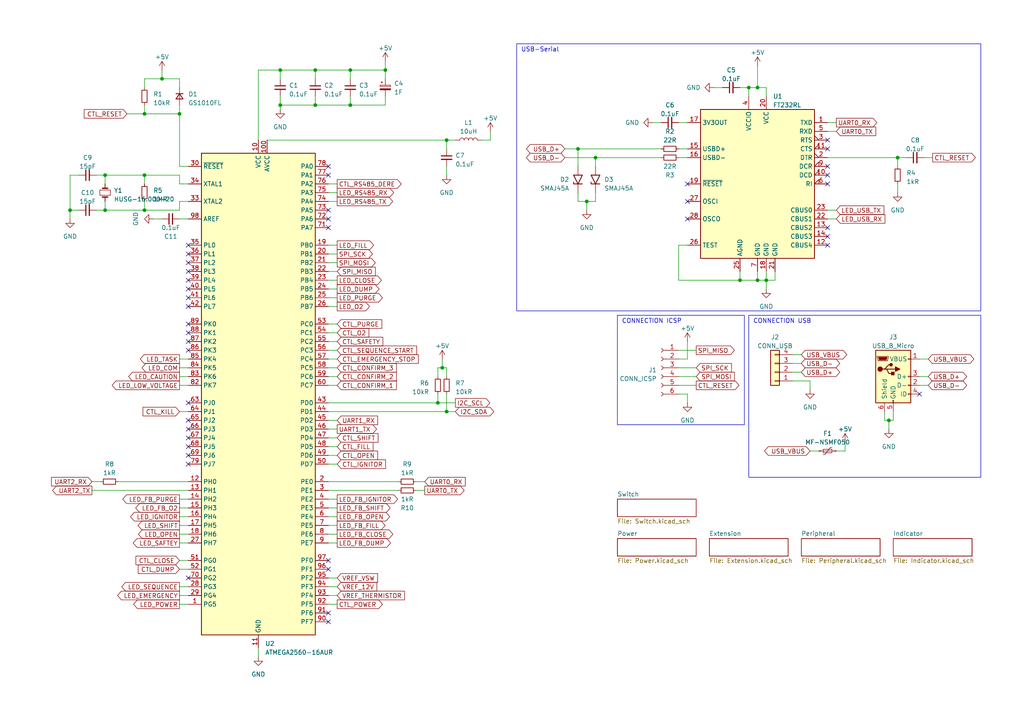
<source format=kicad_sch>
(kicad_sch (version 20230121) (generator eeschema)
  (paper "A4")
  (title_block (title "GSE Gen 6 Launch Controller") (date "2023-09-07") (rev "Draft") (company "Tokai Student Rocket Project"))
  (lib_symbols
    (symbol "Connector:Conn_01x06_Socket" (pin_names (offset 1.016) hide)
      (property "Reference" "J" (at 0 7.62 0))
      (property "Value" "Conn_01x06_Socket" (at 0 -10.16 0))
      (symbol "Conn_01x06_Socket_1_1"
        (pin passive line (at -5.08 5.08 0) (length 3.81) (name "Pin_1") (number "1"))
        (pin passive line (at -5.08 2.54 0) (length 3.81) (name "Pin_2") (number "2"))
        (pin passive line (at -5.08 0 0) (length 3.81) (name "Pin_3") (number "3"))
        (pin passive line (at -5.08 -2.54 0) (length 3.81) (name "Pin_4") (number "4"))
        (pin passive line (at -5.08 -5.08 0) (length 3.81) (name "Pin_5") (number "5"))
        (pin passive line (at -5.08 -7.62 0) (length 3.81) (name "Pin_6") (number "6"))
      )
    )
    (symbol "Connector:USB_B_Micro" (pin_names (offset 1.016))
      (property "Reference" "J" (at -5.08 11.43 0))
      (property "Value" "USB_B_Micro" (at -5.08 8.89 0))
      (symbol "USB_B_Micro_1_1"
        (pin power_out line (at 7.62 5.08 180) (length 2.54) (name "VBUS") (number "1"))
        (pin bidirectional line (at 7.62 -2.54 180) (length 2.54) (name "D-") (number "2"))
        (pin bidirectional line (at 7.62 0 180) (length 2.54) (name "D+") (number "3"))
        (pin passive line (at 7.62 -5.08 180) (length 2.54) (name "ID") (number "4"))
        (pin power_out line (at 0 -10.16 90) (length 2.54) (name "GND") (number "5"))
        (pin passive line (at -2.54 -10.16 90) (length 2.54) (name "Shield") (number "6"))
      )
    )
    (symbol "Connector_Generic:Conn_01x04" (pin_names (offset 1.016) hide)
      (property "Reference" "J" (at 0 5.08 0))
      (property "Value" "Conn_01x04" (at 0 -7.62 0))
      (symbol "Conn_01x04_1_1"
        (pin passive line (at -5.08 2.54 0) (length 3.81) (name "Pin_1") (number "1"))
        (pin passive line (at -5.08 0 0) (length 3.81) (name "Pin_2") (number "2"))
        (pin passive line (at -5.08 -2.54 0) (length 3.81) (name "Pin_3") (number "3"))
        (pin passive line (at -5.08 -5.08 0) (length 3.81) (name "Pin_4") (number "4"))
      )
    )
    (symbol "Device:C_Polarized_Small" (pin_numbers hide) (pin_names (offset 0.254) hide)
      (property "Reference" "C" (at 0.254 1.778 0))
      (property "Value" "C_Polarized_Small" (at 0.254 -2.032 0))
      (symbol "C_Polarized_Small_1_1"
        (pin passive line (at 0 2.54 270) (length 1.8542) (name "~") (number "1"))
        (pin passive line (at 0 -2.54 90) (length 1.8542) (name "~") (number "2"))
      )
    )
    (symbol "Device:C_Small" (pin_numbers hide) (pin_names (offset 0.254) hide)
      (property "Reference" "C" (at 0.254 1.778 0))
      (property "Value" "C_Small" (at 0.254 -2.032 0))
      (symbol "C_Small_1_1"
        (pin passive line (at 0 2.54 270) (length 2.032) (name "~") (number "1"))
        (pin passive line (at 0 -2.54 90) (length 2.032) (name "~") (number "2"))
      )
    )
    (symbol "Device:Crystal_Small" (pin_numbers hide) (pin_names (offset 1.016) hide)
      (property "Reference" "Y" (at 0 2.54 0))
      (property "Value" "Crystal_Small" (at 0 -2.54 0))
      (symbol "Crystal_Small_1_1"
        (pin passive line (at -2.54 0 0) (length 1.27) (name "1") (number "1"))
        (pin passive line (at 2.54 0 180) (length 1.27) (name "2") (number "2"))
      )
    )
    (symbol "Device:D_Small" (pin_numbers hide) (pin_names (offset 0.254) hide)
      (property "Reference" "D" (at -1.27 2.032 0))
      (property "Value" "D_Small" (at -3.81 -2.032 0))
      (symbol "D_Small_1_1"
        (pin passive line (at -2.54 0 0) (length 1.778) (name "K") (number "1"))
        (pin passive line (at 2.54 0 180) (length 1.778) (name "A") (number "2"))
      )
    )
    (symbol "Device:L" (pin_numbers hide) (pin_names (offset 1.016) hide)
      (property "Reference" "L" (at -1.27 0 90))
      (property "Value" "L" (at 1.905 0 90))
      (symbol "L_1_1"
        (pin passive line (at 0 3.81 270) (length 1.27) (name "1") (number "1"))
        (pin passive line (at 0 -3.81 90) (length 1.27) (name "2") (number "2"))
      )
    )
    (symbol "Device:Polyfuse_Small" (pin_numbers hide) (pin_names (offset 0))
      (property "Reference" "F" (at -1.905 0 90))
      (property "Value" "Polyfuse_Small" (at 1.905 0 90))
      (symbol "Polyfuse_Small_1_1"
        (pin passive line (at 0 2.54 270) (length 0.635) (name "~") (number "1"))
        (pin passive line (at 0 -2.54 90) (length 0.635) (name "~") (number "2"))
      )
    )
    (symbol "Device:R_Small" (pin_numbers hide) (pin_names (offset 0.254) hide)
      (property "Reference" "R" (at 0.762 0.508 0))
      (property "Value" "R_Small" (at 0.762 -1.016 0))
      (symbol "R_Small_1_1"
        (pin passive line (at 0 2.54 270) (length 0.762) (name "~") (number "1"))
        (pin passive line (at 0 -2.54 90) (length 0.762) (name "~") (number "2"))
      )
    )
    (symbol "Diode:SM6T200A" (pin_numbers hide) (pin_names (offset 1.016) hide)
      (property "Reference" "D" (at 0 2.54 0))
      (property "Value" "SM6T200A" (at 0 -2.54 0))
      (symbol "SM6T200A_1_1"
        (pin passive line (at -3.81 0 0) (length 2.54) (name "A1") (number "1"))
        (pin passive line (at 3.81 0 180) (length 2.54) (name "A2") (number "2"))
      )
    )
    (symbol "Interface_USB:FT232RL"
      (property "Reference" "U" (at -16.51 22.86 0))
      (property "Value" "FT232RL" (at 10.16 22.86 0))
      (symbol "FT232RL_1_1"
        (pin output line (at 20.32 17.78 180) (length 3.81) (name "TXD") (number "1"))
        (pin input input_low (at 20.32 2.54 180) (length 3.81) (name "DCD") (number "10"))
        (pin input input_low (at 20.32 10.16 180) (length 3.81) (name "CTS") (number "11"))
        (pin bidirectional line (at 20.32 -17.78 180) (length 3.81) (name "CBUS4") (number "12"))
        (pin bidirectional line (at 20.32 -12.7 180) (length 3.81) (name "CBUS2") (number "13"))
        (pin bidirectional line (at 20.32 -15.24 180) (length 3.81) (name "CBUS3") (number "14"))
        (pin bidirectional line (at -20.32 10.16 0) (length 3.81) (name "USBD+") (number "15"))
        (pin bidirectional line (at -20.32 7.62 0) (length 3.81) (name "USBD-") (number "16"))
        (pin power_out line (at -20.32 17.78 0) (length 3.81) (name "3V3OUT") (number "17"))
        (pin power_in line (at 2.54 -25.4 90) (length 3.81) (name "GND") (number "18"))
        (pin input line (at -20.32 0 0) (length 3.81) (name "~{RESET}") (number "19"))
        (pin output output_low (at 20.32 7.62 180) (length 3.81) (name "DTR") (number "2"))
        (pin power_in line (at 2.54 25.4 270) (length 3.81) (name "VCC") (number "20"))
        (pin power_in line (at 5.08 -25.4 90) (length 3.81) (name "GND") (number "21"))
        (pin bidirectional line (at 20.32 -10.16 180) (length 3.81) (name "CBUS1") (number "22"))
        (pin bidirectional line (at 20.32 -7.62 180) (length 3.81) (name "CBUS0") (number "23"))
        (pin power_in line (at -5.08 -25.4 90) (length 3.81) (name "AGND") (number "25"))
        (pin input line (at -20.32 -17.78 0) (length 3.81) (name "TEST") (number "26"))
        (pin input line (at -20.32 -5.08 0) (length 3.81) (name "OSCI") (number "27"))
        (pin output line (at -20.32 -10.16 0) (length 3.81) (name "OSCO") (number "28"))
        (pin output output_low (at 20.32 12.7 180) (length 3.81) (name "RTS") (number "3"))
        (pin power_in line (at -2.54 25.4 270) (length 3.81) (name "VCCIO") (number "4"))
        (pin input line (at 20.32 15.24 180) (length 3.81) (name "RXD") (number "5"))
        (pin input input_low (at 20.32 0 180) (length 3.81) (name "RI") (number "6"))
        (pin power_in line (at 0 -25.4 90) (length 3.81) (name "GND") (number "7"))
        (pin input input_low (at 20.32 5.08 180) (length 3.81) (name "DCR") (number "9"))
      )
    )
    (symbol "MCU_Microchip_ATmega:ATmega2560-16A"
      (property "Reference" "U" (at 0 1.27 0))
      (property "Value" "ATmega2560-16A" (at 0 -1.27 0))
      (symbol "ATmega2560-16A_1_1"
        (pin bidirectional line (at -20.32 -60.96 0) (length 3.81) (name "PG5") (number "1"))
        (pin power_in line (at 0 73.66 270) (length 3.81) (name "VCC") (number "10"))
        (pin power_in line (at 2.54 73.66 270) (length 3.81) (name "AVCC") (number "100"))
        (pin power_in line (at 0 -73.66 90) (length 3.81) (name "GND") (number "11"))
        (pin bidirectional line (at -20.32 -25.4 0) (length 3.81) (name "PH0") (number "12"))
        (pin bidirectional line (at -20.32 -27.94 0) (length 3.81) (name "PH1") (number "13"))
        (pin bidirectional line (at -20.32 -30.48 0) (length 3.81) (name "PH2") (number "14"))
        (pin bidirectional line (at -20.32 -33.02 0) (length 3.81) (name "PH3") (number "15"))
        (pin bidirectional line (at -20.32 -35.56 0) (length 3.81) (name "PH4") (number "16"))
        (pin bidirectional line (at -20.32 -38.1 0) (length 3.81) (name "PH5") (number "17"))
        (pin bidirectional line (at -20.32 -40.64 0) (length 3.81) (name "PH6") (number "18"))
        (pin bidirectional line (at 20.32 43.18 180) (length 3.81) (name "PB0") (number "19"))
        (pin bidirectional line (at 20.32 -25.4 180) (length 3.81) (name "PE0") (number "2"))
        (pin bidirectional line (at 20.32 40.64 180) (length 3.81) (name "PB1") (number "20"))
        (pin bidirectional line (at 20.32 38.1 180) (length 3.81) (name "PB2") (number "21"))
        (pin bidirectional line (at 20.32 35.56 180) (length 3.81) (name "PB3") (number "22"))
        (pin bidirectional line (at 20.32 33.02 180) (length 3.81) (name "PB4") (number "23"))
        (pin bidirectional line (at 20.32 30.48 180) (length 3.81) (name "PB5") (number "24"))
        (pin bidirectional line (at 20.32 27.94 180) (length 3.81) (name "PB6") (number "25"))
        (pin bidirectional line (at 20.32 25.4 180) (length 3.81) (name "PB7") (number "26"))
        (pin bidirectional line (at -20.32 -43.18 0) (length 3.81) (name "PH7") (number "27"))
        (pin bidirectional line (at -20.32 -55.88 0) (length 3.81) (name "PG3") (number "28"))
        (pin bidirectional line (at -20.32 -58.42 0) (length 3.81) (name "PG4") (number "29"))
        (pin bidirectional line (at 20.32 -27.94 180) (length 3.81) (name "PE1") (number "3"))
        (pin input line (at -20.32 66.04 0) (length 3.81) (name "~{RESET}") (number "30"))
        (pin passive line (at 0 73.66 270) (length 3.81) hide (name "VCC") (number "31"))
        (pin passive line (at 0 -73.66 90) (length 3.81) hide (name "GND") (number "32"))
        (pin output line (at -20.32 55.88 0) (length 3.81) (name "XTAL2") (number "33"))
        (pin input line (at -20.32 60.96 0) (length 3.81) (name "XTAL1") (number "34"))
        (pin bidirectional line (at -20.32 43.18 0) (length 3.81) (name "PL0") (number "35"))
        (pin bidirectional line (at -20.32 40.64 0) (length 3.81) (name "PL1") (number "36"))
        (pin bidirectional line (at -20.32 38.1 0) (length 3.81) (name "PL2") (number "37"))
        (pin bidirectional line (at -20.32 35.56 0) (length 3.81) (name "PL3") (number "38"))
        (pin bidirectional line (at -20.32 33.02 0) (length 3.81) (name "PL4") (number "39"))
        (pin bidirectional line (at 20.32 -30.48 180) (length 3.81) (name "PE2") (number "4"))
        (pin bidirectional line (at -20.32 30.48 0) (length 3.81) (name "PL5") (number "40"))
        (pin bidirectional line (at -20.32 27.94 0) (length 3.81) (name "PL6") (number "41"))
        (pin bidirectional line (at -20.32 25.4 0) (length 3.81) (name "PL7") (number "42"))
        (pin bidirectional line (at 20.32 -2.54 180) (length 3.81) (name "PD0") (number "43"))
        (pin bidirectional line (at 20.32 -5.08 180) (length 3.81) (name "PD1") (number "44"))
        (pin bidirectional line (at 20.32 -7.62 180) (length 3.81) (name "PD2") (number "45"))
        (pin bidirectional line (at 20.32 -10.16 180) (length 3.81) (name "PD3") (number "46"))
        (pin bidirectional line (at 20.32 -12.7 180) (length 3.81) (name "PD4") (number "47"))
        (pin bidirectional line (at 20.32 -15.24 180) (length 3.81) (name "PD5") (number "48"))
        (pin bidirectional line (at 20.32 -17.78 180) (length 3.81) (name "PD6") (number "49"))
        (pin bidirectional line (at 20.32 -33.02 180) (length 3.81) (name "PE3") (number "5"))
        (pin bidirectional line (at 20.32 -20.32 180) (length 3.81) (name "PD7") (number "50"))
        (pin bidirectional line (at -20.32 -48.26 0) (length 3.81) (name "PG0") (number "51"))
        (pin bidirectional line (at -20.32 -50.8 0) (length 3.81) (name "PG1") (number "52"))
        (pin bidirectional line (at 20.32 20.32 180) (length 3.81) (name "PC0") (number "53"))
        (pin bidirectional line (at 20.32 17.78 180) (length 3.81) (name "PC1") (number "54"))
        (pin bidirectional line (at 20.32 15.24 180) (length 3.81) (name "PC2") (number "55"))
        (pin bidirectional line (at 20.32 12.7 180) (length 3.81) (name "PC3") (number "56"))
        (pin bidirectional line (at 20.32 10.16 180) (length 3.81) (name "PC4") (number "57"))
        (pin bidirectional line (at 20.32 7.62 180) (length 3.81) (name "PC5") (number "58"))
        (pin bidirectional line (at 20.32 5.08 180) (length 3.81) (name "PC6") (number "59"))
        (pin bidirectional line (at 20.32 -35.56 180) (length 3.81) (name "PE4") (number "6"))
        (pin bidirectional line (at 20.32 2.54 180) (length 3.81) (name "PC7") (number "60"))
        (pin passive line (at 0 73.66 270) (length 3.81) hide (name "VCC") (number "61"))
        (pin passive line (at 0 -73.66 90) (length 3.81) hide (name "GND") (number "62"))
        (pin bidirectional line (at -20.32 -2.54 0) (length 3.81) (name "PJ0") (number "63"))
        (pin bidirectional line (at -20.32 -5.08 0) (length 3.81) (name "PJ1") (number "64"))
        (pin bidirectional line (at -20.32 -7.62 0) (length 3.81) (name "PJ2") (number "65"))
        (pin bidirectional line (at -20.32 -10.16 0) (length 3.81) (name "PJ3") (number "66"))
        (pin bidirectional line (at -20.32 -12.7 0) (length 3.81) (name "PJ4") (number "67"))
        (pin bidirectional line (at -20.32 -15.24 0) (length 3.81) (name "PJ5") (number "68"))
        (pin bidirectional line (at -20.32 -17.78 0) (length 3.81) (name "PJ6") (number "69"))
        (pin bidirectional line (at 20.32 -38.1 180) (length 3.81) (name "PE5") (number "7"))
        (pin bidirectional line (at -20.32 -53.34 0) (length 3.81) (name "PG2") (number "70"))
        (pin bidirectional line (at 20.32 48.26 180) (length 3.81) (name "PA7") (number "71"))
        (pin bidirectional line (at 20.32 50.8 180) (length 3.81) (name "PA6") (number "72"))
        (pin bidirectional line (at 20.32 53.34 180) (length 3.81) (name "PA5") (number "73"))
        (pin bidirectional line (at 20.32 55.88 180) (length 3.81) (name "PA4") (number "74"))
        (pin bidirectional line (at 20.32 58.42 180) (length 3.81) (name "PA3") (number "75"))
        (pin bidirectional line (at 20.32 60.96 180) (length 3.81) (name "PA2") (number "76"))
        (pin bidirectional line (at 20.32 63.5 180) (length 3.81) (name "PA1") (number "77"))
        (pin bidirectional line (at 20.32 66.04 180) (length 3.81) (name "PA0") (number "78"))
        (pin bidirectional line (at -20.32 -20.32 0) (length 3.81) (name "PJ7") (number "79"))
        (pin bidirectional line (at 20.32 -40.64 180) (length 3.81) (name "PE6") (number "8"))
        (pin passive line (at 0 73.66 270) (length 3.81) hide (name "VCC") (number "80"))
        (pin passive line (at 0 -73.66 90) (length 3.81) hide (name "GND") (number "81"))
        (pin bidirectional line (at -20.32 2.54 0) (length 3.81) (name "PK7") (number "82"))
        (pin bidirectional line (at -20.32 5.08 0) (length 3.81) (name "PK6") (number "83"))
        (pin bidirectional line (at -20.32 7.62 0) (length 3.81) (name "PK5") (number "84"))
        (pin bidirectional line (at -20.32 10.16 0) (length 3.81) (name "PK4") (number "85"))
        (pin bidirectional line (at -20.32 12.7 0) (length 3.81) (name "PK3") (number "86"))
        (pin bidirectional line (at -20.32 15.24 0) (length 3.81) (name "PK2") (number "87"))
        (pin bidirectional line (at -20.32 17.78 0) (length 3.81) (name "PK1") (number "88"))
        (pin bidirectional line (at -20.32 20.32 0) (length 3.81) (name "PK0") (number "89"))
        (pin bidirectional line (at 20.32 -43.18 180) (length 3.81) (name "PE7") (number "9"))
        (pin bidirectional line (at 20.32 -66.04 180) (length 3.81) (name "PF7") (number "90"))
        (pin bidirectional line (at 20.32 -63.5 180) (length 3.81) (name "PF6") (number "91"))
        (pin bidirectional line (at 20.32 -60.96 180) (length 3.81) (name "PF5") (number "92"))
        (pin bidirectional line (at 20.32 -58.42 180) (length 3.81) (name "PF4") (number "93"))
        (pin bidirectional line (at 20.32 -55.88 180) (length 3.81) (name "PF3") (number "94"))
        (pin bidirectional line (at 20.32 -53.34 180) (length 3.81) (name "PF2") (number "95"))
        (pin bidirectional line (at 20.32 -50.8 180) (length 3.81) (name "PF1") (number "96"))
        (pin bidirectional line (at 20.32 -48.26 180) (length 3.81) (name "PF0") (number "97"))
        (pin passive line (at -20.32 50.8 0) (length 3.81) (name "AREF") (number "98"))
        (pin passive line (at 0 -73.66 90) (length 3.81) hide (name "GND") (number "99"))
      )
    )
    (symbol "power:+5V" (power) (pin_names (offset 0))
      (property "Value" "+5V" (at 0 3.556 0))
      (symbol "+5V_1_1"
        (pin power_in line (at 0 0 90) (length 0) hide (name "+5V") (number "1"))
      )
    )
    (symbol "power:GND" (power) (pin_names (offset 0))
      (property "Value" "GND" (at 0 -3.81 0))
      (symbol "GND_1_1"
        (pin power_in line (at 0 0 270) (length 0) hide (name "GND") (number "1"))
      )
    )
  )
  (junction (at 111.76 20.32))
  (junction (at 52.07 33.02))
  (junction (at 41.91 33.02))
  (junction (at 214.63 81.28))
  (junction (at 257.81 121.92))
  (junction (at 260.35 45.72))
  (junction (at 101.6 30.48))
  (junction (at 129.54 119.38))
  (junction (at 81.28 30.48))
  (junction (at 46.99 22.86))
  (junction (at 219.71 25.4))
  (junction (at 20.32 60.96))
  (junction (at 41.91 50.8))
  (junction (at 129.54 40.64))
  (junction (at 217.17 25.4))
  (junction (at 170.18 58.42))
  (junction (at 219.71 81.28))
  (junction (at 91.44 20.32))
  (junction (at 91.44 30.48))
  (junction (at 167.64 43.18))
  (junction (at 172.72 45.72))
  (junction (at 81.28 20.32))
  (junction (at 128.27 106.68))
  (junction (at 222.25 81.28))
  (junction (at 127 116.84))
  (junction (at 41.91 60.96))
  (junction (at 101.6 20.32))
  (junction (at 30.48 60.96))
  (junction (at 30.48 50.8))
  (no_connect (at 95.25 165.1))
  (no_connect (at 199.39 58.42))
  (no_connect (at 54.61 101.6))
  (no_connect (at 240.03 68.58))
  (no_connect (at 240.03 53.34))
  (no_connect (at 54.61 132.08))
  (no_connect (at 240.03 50.8))
  (no_connect (at 240.03 48.26))
  (no_connect (at 54.61 127))
  (no_connect (at 95.25 48.26))
  (no_connect (at 54.61 71.12))
  (no_connect (at 199.39 63.5))
  (no_connect (at 240.03 71.12))
  (no_connect (at 240.03 43.18))
  (no_connect (at 54.61 167.64))
  (no_connect (at 54.61 124.46))
  (no_connect (at 95.25 66.04))
  (no_connect (at 54.61 134.62))
  (no_connect (at 95.25 50.8))
  (no_connect (at 54.61 81.28))
  (no_connect (at 54.61 73.66))
  (no_connect (at 266.7 114.3))
  (no_connect (at 54.61 76.2))
  (no_connect (at 240.03 66.04))
  (no_connect (at 54.61 121.92))
  (no_connect (at 54.61 116.84))
  (no_connect (at 54.61 93.98))
  (no_connect (at 54.61 129.54))
  (no_connect (at 54.61 99.06))
  (no_connect (at 95.25 180.34))
  (no_connect (at 199.39 53.34))
  (no_connect (at 95.25 63.5))
  (no_connect (at 54.61 86.36))
  (no_connect (at 54.61 78.74))
  (no_connect (at 95.25 60.96))
  (no_connect (at 54.61 83.82))
  (no_connect (at 54.61 96.52))
  (no_connect (at 95.25 162.56))
  (no_connect (at 240.03 40.64))
  (no_connect (at 95.25 177.8))
  (no_connect (at 54.61 88.9))
  (wire (pts (xy 52.07 53.34) (xy 52.07 50.8)))
  (wire (pts (xy 44.45 63.5) (xy 46.99 63.5)))
  (wire (pts (xy 127 109.22) (xy 127 106.68)))
  (wire (pts (xy 95.25 129.54) (xy 97.79 129.54)))
  (wire (pts (xy 127 114.3) (xy 127 116.84)))
  (wire (pts (xy 196.85 45.72) (xy 199.39 45.72)))
  (wire (pts (xy 91.44 20.32) (xy 101.6 20.32)))
  (wire (pts (xy 41.91 22.86) (xy 41.91 25.4)))
  (wire (pts (xy 26.67 142.24) (xy 54.61 142.24)))
  (wire (pts (xy 257.81 121.92) (xy 257.81 124.46)))
  (wire (pts (xy 201.93 106.68) (xy 196.85 106.68)))
  (wire (pts (xy 46.99 22.86) (xy 41.91 22.86)))
  (wire (pts (xy 170.18 58.42) (xy 172.72 58.42)))
  (wire (pts (xy 26.67 139.7) (xy 29.21 139.7)))
  (wire (pts (xy 95.25 55.88) (xy 97.79 55.88)))
  (wire (pts (xy 52.07 58.42) (xy 52.07 60.96)))
  (wire (pts (xy 95.25 58.42) (xy 97.79 58.42)))
  (wire (pts (xy 74.93 20.32) (xy 74.93 40.64)))
  (wire (pts (xy 240.03 45.72) (xy 260.35 45.72)))
  (wire (pts (xy 95.25 81.28) (xy 97.79 81.28)))
  (wire (pts (xy 52.07 104.14) (xy 54.61 104.14)))
  (wire (pts (xy 52.07 147.32) (xy 54.61 147.32)))
  (wire (pts (xy 95.25 53.34) (xy 97.79 53.34)))
  (wire (pts (xy 234.95 130.81) (xy 237.49 130.81)))
  (wire (pts (xy 217.17 25.4) (xy 217.17 27.94)))
  (wire (pts (xy 95.25 175.26) (xy 97.79 175.26)))
  (wire (pts (xy 229.87 105.41) (xy 232.41 105.41)))
  (wire (pts (xy 52.07 48.26) (xy 54.61 48.26)))
  (wire (pts (xy 52.07 175.26) (xy 54.61 175.26)))
  (wire (pts (xy 256.54 121.92) (xy 256.54 119.38)))
  (wire (pts (xy 196.85 71.12) (xy 199.39 71.12)))
  (wire (pts (xy 199.39 99.06) (xy 199.39 104.14)))
  (wire (pts (xy 269.24 109.22) (xy 266.7 109.22)))
  (wire (pts (xy 111.76 22.86) (xy 111.76 20.32)))
  (wire (pts (xy 95.25 154.94) (xy 97.79 154.94)))
  (wire (pts (xy 240.03 38.1) (xy 242.57 38.1)))
  (wire (pts (xy 132.08 116.84) (xy 127 116.84)))
  (wire (pts (xy 95.25 83.82) (xy 97.79 83.82)))
  (wire (pts (xy 111.76 17.78) (xy 111.76 20.32)))
  (wire (pts (xy 120.65 142.24) (xy 123.19 142.24)))
  (wire (pts (xy 260.35 45.72) (xy 262.89 45.72)))
  (wire (pts (xy 95.25 167.64) (xy 97.79 167.64)))
  (wire (pts (xy 224.79 81.28) (xy 222.25 81.28)))
  (wire (pts (xy 36.83 33.02) (xy 41.91 33.02)))
  (wire (pts (xy 81.28 27.94) (xy 81.28 30.48)))
  (wire (pts (xy 95.25 101.6) (xy 97.79 101.6)))
  (wire (pts (xy 91.44 20.32) (xy 91.44 22.86)))
  (wire (pts (xy 52.07 149.86) (xy 54.61 149.86)))
  (wire (pts (xy 240.03 60.96) (xy 242.57 60.96)))
  (wire (pts (xy 52.07 106.68) (xy 54.61 106.68)))
  (wire (pts (xy 95.25 170.18) (xy 97.79 170.18)))
  (wire (pts (xy 41.91 33.02) (xy 52.07 33.02)))
  (wire (pts (xy 259.08 119.38) (xy 259.08 121.92)))
  (wire (pts (xy 128.27 106.68) (xy 129.54 106.68)))
  (wire (pts (xy 219.71 19.05) (xy 219.71 25.4)))
  (wire (pts (xy 95.25 93.98) (xy 97.79 93.98)))
  (wire (pts (xy 52.07 152.4) (xy 54.61 152.4)))
  (wire (pts (xy 95.25 104.14) (xy 97.79 104.14)))
  (wire (pts (xy 95.25 71.12) (xy 97.79 71.12)))
  (wire (pts (xy 95.25 144.78) (xy 97.79 144.78)))
  (wire (pts (xy 41.91 30.48) (xy 41.91 33.02)))
  (wire (pts (xy 222.25 81.28) (xy 222.25 83.82)))
  (wire (pts (xy 163.83 43.18) (xy 167.64 43.18)))
  (wire (pts (xy 52.07 48.26) (xy 52.07 33.02)))
  (wire (pts (xy 199.39 116.84) (xy 199.39 114.3)))
  (wire (pts (xy 52.07 50.8) (xy 41.91 50.8)))
  (wire (pts (xy 240.03 63.5) (xy 242.57 63.5)))
  (wire (pts (xy 41.91 60.96) (xy 30.48 60.96)))
  (wire (pts (xy 95.25 76.2) (xy 97.79 76.2)))
  (wire (pts (xy 52.07 162.56) (xy 54.61 162.56)))
  (wire (pts (xy 219.71 78.74) (xy 219.71 81.28)))
  (wire (pts (xy 52.07 111.76) (xy 54.61 111.76)))
  (wire (pts (xy 52.07 60.96) (xy 41.91 60.96)))
  (wire (pts (xy 167.64 55.88) (xy 167.64 58.42)))
  (wire (pts (xy 95.25 99.06) (xy 97.79 99.06)))
  (wire (pts (xy 95.25 172.72) (xy 97.79 172.72)))
  (wire (pts (xy 95.25 88.9) (xy 97.79 88.9)))
  (wire (pts (xy 196.85 109.22) (xy 201.93 109.22)))
  (wire (pts (xy 91.44 30.48) (xy 81.28 30.48)))
  (wire (pts (xy 266.7 104.14) (xy 269.24 104.14)))
  (wire (pts (xy 222.25 27.94) (xy 222.25 25.4)))
  (wire (pts (xy 163.83 45.72) (xy 172.72 45.72)))
  (wire (pts (xy 196.85 35.56) (xy 199.39 35.56)))
  (wire (pts (xy 196.85 101.6) (xy 201.93 101.6)))
  (wire (pts (xy 52.07 157.48) (xy 54.61 157.48)))
  (wire (pts (xy 129.54 40.64) (xy 132.08 40.64)))
  (wire (pts (xy 95.25 147.32) (xy 97.79 147.32)))
  (wire (pts (xy 95.25 121.92) (xy 97.79 121.92)))
  (wire (pts (xy 242.57 130.81) (xy 245.11 130.81)))
  (wire (pts (xy 142.24 40.64) (xy 139.7 40.64)))
  (wire (pts (xy 95.25 142.24) (xy 115.57 142.24)))
  (wire (pts (xy 196.85 81.28) (xy 214.63 81.28)))
  (wire (pts (xy 196.85 43.18) (xy 199.39 43.18)))
  (wire (pts (xy 54.61 53.34) (xy 52.07 53.34)))
  (wire (pts (xy 167.64 43.18) (xy 191.77 43.18)))
  (wire (pts (xy 52.07 63.5) (xy 54.61 63.5)))
  (wire (pts (xy 95.25 124.46) (xy 97.79 124.46)))
  (wire (pts (xy 214.63 81.28) (xy 219.71 81.28)))
  (wire (pts (xy 189.23 35.56) (xy 191.77 35.56)))
  (wire (pts (xy 172.72 45.72) (xy 191.77 45.72)))
  (wire (pts (xy 95.25 134.62) (xy 97.79 134.62)))
  (wire (pts (xy 142.24 38.1) (xy 142.24 40.64)))
  (wire (pts (xy 41.91 53.34) (xy 41.91 50.8)))
  (wire (pts (xy 34.29 139.7) (xy 54.61 139.7)))
  (wire (pts (xy 22.86 50.8) (xy 20.32 50.8)))
  (wire (pts (xy 129.54 114.3) (xy 129.54 119.38)))
  (wire (pts (xy 167.64 58.42) (xy 170.18 58.42)))
  (wire (pts (xy 95.25 127) (xy 97.79 127)))
  (wire (pts (xy 232.41 102.87) (xy 229.87 102.87)))
  (wire (pts (xy 52.07 25.4) (xy 52.07 22.86)))
  (wire (pts (xy 129.54 106.68) (xy 129.54 109.22)))
  (wire (pts (xy 214.63 25.4) (xy 217.17 25.4)))
  (wire (pts (xy 81.28 20.32) (xy 81.28 22.86)))
  (wire (pts (xy 20.32 60.96) (xy 20.32 63.5)))
  (wire (pts (xy 245.11 128.27) (xy 245.11 130.81)))
  (wire (pts (xy 128.27 104.14) (xy 128.27 106.68)))
  (wire (pts (xy 256.54 121.92) (xy 257.81 121.92)))
  (wire (pts (xy 52.07 144.78) (xy 54.61 144.78)))
  (wire (pts (xy 95.25 109.22) (xy 97.79 109.22)))
  (wire (pts (xy 52.07 170.18) (xy 54.61 170.18)))
  (wire (pts (xy 54.61 58.42) (xy 52.07 58.42)))
  (wire (pts (xy 127 106.68) (xy 128.27 106.68)))
  (wire (pts (xy 41.91 58.42) (xy 41.91 60.96)))
  (wire (pts (xy 52.07 154.94) (xy 54.61 154.94)))
  (wire (pts (xy 111.76 30.48) (xy 101.6 30.48)))
  (wire (pts (xy 74.93 20.32) (xy 81.28 20.32)))
  (wire (pts (xy 267.97 45.72) (xy 270.51 45.72)))
  (wire (pts (xy 111.76 27.94) (xy 111.76 30.48)))
  (wire (pts (xy 52.07 165.1) (xy 54.61 165.1)))
  (wire (pts (xy 240.03 35.56) (xy 242.57 35.56)))
  (wire (pts (xy 95.25 78.74) (xy 97.79 78.74)))
  (wire (pts (xy 199.39 104.14) (xy 196.85 104.14)))
  (wire (pts (xy 132.08 119.38) (xy 129.54 119.38)))
  (wire (pts (xy 222.25 78.74) (xy 222.25 81.28)))
  (wire (pts (xy 229.87 110.49) (xy 234.95 110.49)))
  (wire (pts (xy 196.85 111.76) (xy 201.93 111.76)))
  (wire (pts (xy 95.25 149.86) (xy 97.79 149.86)))
  (wire (pts (xy 172.72 58.42) (xy 172.72 55.88)))
  (wire (pts (xy 20.32 60.96) (xy 22.86 60.96)))
  (wire (pts (xy 219.71 25.4) (xy 217.17 25.4)))
  (wire (pts (xy 259.08 121.92) (xy 257.81 121.92)))
  (wire (pts (xy 95.25 86.36) (xy 97.79 86.36)))
  (wire (pts (xy 52.07 33.02) (xy 52.07 30.48)))
  (wire (pts (xy 95.25 157.48) (xy 97.79 157.48)))
  (wire (pts (xy 52.07 109.22) (xy 54.61 109.22)))
  (wire (pts (xy 95.25 116.84) (xy 127 116.84)))
  (wire (pts (xy 77.47 40.64) (xy 129.54 40.64)))
  (wire (pts (xy 46.99 20.32) (xy 46.99 22.86)))
  (wire (pts (xy 30.48 58.42) (xy 30.48 60.96)))
  (wire (pts (xy 27.94 60.96) (xy 30.48 60.96)))
  (wire (pts (xy 129.54 43.18) (xy 129.54 40.64)))
  (wire (pts (xy 95.25 111.76) (xy 97.79 111.76)))
  (wire (pts (xy 196.85 71.12) (xy 196.85 81.28)))
  (wire (pts (xy 95.25 106.68) (xy 97.79 106.68)))
  (wire (pts (xy 260.35 53.34) (xy 260.35 55.88)))
  (wire (pts (xy 95.25 139.7) (xy 115.57 139.7)))
  (wire (pts (xy 260.35 45.72) (xy 260.35 48.26)))
  (wire (pts (xy 95.25 132.08) (xy 97.79 132.08)))
  (wire (pts (xy 30.48 50.8) (xy 30.48 53.34)))
  (wire (pts (xy 95.25 152.4) (xy 97.79 152.4)))
  (wire (pts (xy 207.01 25.4) (xy 209.55 25.4)))
  (wire (pts (xy 222.25 25.4) (xy 219.71 25.4)))
  (wire (pts (xy 224.79 78.74) (xy 224.79 81.28)))
  (wire (pts (xy 229.87 107.95) (xy 232.41 107.95)))
  (wire (pts (xy 20.32 50.8) (xy 20.32 60.96)))
  (wire (pts (xy 95.25 96.52) (xy 97.79 96.52)))
  (wire (pts (xy 172.72 45.72) (xy 172.72 48.26)))
  (wire (pts (xy 234.95 113.03) (xy 234.95 110.49)))
  (wire (pts (xy 41.91 50.8) (xy 30.48 50.8)))
  (wire (pts (xy 214.63 78.74) (xy 214.63 81.28)))
  (wire (pts (xy 52.07 22.86) (xy 46.99 22.86)))
  (wire (pts (xy 74.93 190.5) (xy 74.93 187.96)))
  (wire (pts (xy 199.39 114.3) (xy 196.85 114.3)))
  (wire (pts (xy 129.54 48.26) (xy 129.54 50.8)))
  (wire (pts (xy 170.18 60.96) (xy 170.18 58.42)))
  (wire (pts (xy 95.25 119.38) (xy 129.54 119.38)))
  (wire (pts (xy 101.6 27.94) (xy 101.6 30.48)))
  (wire (pts (xy 101.6 20.32) (xy 101.6 22.86)))
  (wire (pts (xy 219.71 81.28) (xy 222.25 81.28)))
  (wire (pts (xy 269.24 111.76) (xy 266.7 111.76)))
  (wire (pts (xy 81.28 20.32) (xy 91.44 20.32)))
  (wire (pts (xy 52.07 172.72) (xy 54.61 172.72)))
  (wire (pts (xy 27.94 50.8) (xy 30.48 50.8)))
  (wire (pts (xy 54.61 119.38) (xy 52.07 119.38)))
  (wire (pts (xy 120.65 139.7) (xy 123.19 139.7)))
  (wire (pts (xy 101.6 20.32) (xy 111.76 20.32)))
  (wire (pts (xy 101.6 30.48) (xy 91.44 30.48)))
  (wire (pts (xy 81.28 30.48) (xy 81.28 31.75)))
  (wire (pts (xy 91.44 27.94) (xy 91.44 30.48)))
  (wire (pts (xy 95.25 73.66) (xy 97.79 73.66)))
  (wire (pts (xy 167.64 43.18) (xy 167.64 48.26)))
  (rectangle (start 179.07 91.44) (end 215.9 123.19))
  (rectangle (start 149.86 12.7) (end 284.48 90.17))
  (rectangle (start 217.17 91.44) (end 284.48 138.43))
  (text "CONNECTION ICSP" (at 180.34 93.98 0) (effects (font (size 1.27 1.27)) (justify left bottom)))
  (text "CONNECTION USB" (at 218.44 93.98 0) (effects (font (size 1.27 1.27)) (justify left bottom)))
  (text "USB-Serial" (at 151.13 15.24 0) (effects (font (size 1.27 1.27)) (justify left bottom)))
  (global_label "SPI_SCK" (shape output) (at 97.79 73.66 0) (property "Intersheetrefs" "${INTERSHEET_REFS}" (effects hide)))
  (global_label "I2C_SCL" (shape output) (at 132.08 116.84 0) (property "Intersheetrefs" "${INTERSHEET_REFS}" (effects hide)))
  (global_label "CTL_EMERGENCY_STOP" (shape input) (at 97.79 104.14 0) (property "Intersheetrefs" "${INTERSHEET_REFS}" (effects hide)))
  (global_label "CTL_SEQUENCE_START" (shape input) (at 97.79 101.6 0) (property "Intersheetrefs" "${INTERSHEET_REFS}" (effects hide)))
  (global_label "CTL_CONFIRM_1" (shape input) (at 97.79 111.76 0) (property "Intersheetrefs" "${INTERSHEET_REFS}" (effects hide)))
  (global_label "LED_FB_OPEN" (shape output) (at 97.79 149.86 0) (property "Intersheetrefs" "${INTERSHEET_REFS}" (effects hide)))
  (global_label "LED_COM" (shape output) (at 52.07 106.68 180) (property "Intersheetrefs" "${INTERSHEET_REFS}" (effects hide)))
  (global_label "I2C_SDA" (shape bidirectional) (at 132.08 119.38 0) (property "Intersheetrefs" "${INTERSHEET_REFS}" (effects hide)))
  (global_label "LED_FB_FILL" (shape output) (at 97.79 152.4 0) (property "Intersheetrefs" "${INTERSHEET_REFS}" (effects hide)))
  (global_label "LED_FB_PURGE" (shape output) (at 52.07 144.78 180) (property "Intersheetrefs" "${INTERSHEET_REFS}" (effects hide)))
  (global_label "CTL_RS485_DERE" (shape output) (at 97.79 53.34 0) (property "Intersheetrefs" "${INTERSHEET_REFS}" (effects hide)))
  (global_label "LED_TASK" (shape output) (at 52.07 104.14 180) (property "Intersheetrefs" "${INTERSHEET_REFS}" (effects hide)))
  (global_label "LED_LOW_VOLTAGE" (shape output) (at 52.07 111.76 180) (property "Intersheetrefs" "${INTERSHEET_REFS}" (effects hide)))
  (global_label "LED_CAUTION" (shape output) (at 52.07 109.22 180) (property "Intersheetrefs" "${INTERSHEET_REFS}" (effects hide)))
  (global_label "USB_D+" (shape bidirectional) (at 269.24 109.22 0) (property "Intersheetrefs" "${INTERSHEET_REFS}" (effects hide)))
  (global_label "LED_SAFTEY" (shape output) (at 52.07 157.48 180) (property "Intersheetrefs" "${INTERSHEET_REFS}" (effects hide)))
  (global_label "LED_SEQUENCE" (shape output) (at 52.07 170.18 180) (property "Intersheetrefs" "${INTERSHEET_REFS}" (effects hide)))
  (global_label "LED_FB_SHIFT" (shape output) (at 97.79 147.32 0) (property "Intersheetrefs" "${INTERSHEET_REFS}" (effects hide)))
  (global_label "CTL_RESET" (shape output) (at 201.93 111.76 0) (property "Intersheetrefs" "${INTERSHEET_REFS}" (effects hide)))
  (global_label "CTL_OPEN" (shape input) (at 97.79 132.08 0) (property "Intersheetrefs" "${INTERSHEET_REFS}" (effects hide)))
  (global_label "CTL_O2" (shape input) (at 97.79 96.52 0) (property "Intersheetrefs" "${INTERSHEET_REFS}" (effects hide)))
  (global_label "USB_VBUS" (shape bidirectional) (at 232.41 102.87 0) (property "Intersheetrefs" "${INTERSHEET_REFS}" (effects hide)))
  (global_label "LED_EMERGENCY" (shape output) (at 52.07 172.72 180) (property "Intersheetrefs" "${INTERSHEET_REFS}" (effects hide)))
  (global_label "CTL_CONFIRM_3" (shape input) (at 97.79 106.68 0) (property "Intersheetrefs" "${INTERSHEET_REFS}" (effects hide)))
  (global_label "UART0_TX" (shape input) (at 242.57 38.1 0) (property "Intersheetrefs" "${INTERSHEET_REFS}" (effects hide)))
  (global_label "VREF_VSW" (shape input) (at 97.79 167.64 0) (property "Intersheetrefs" "${INTERSHEET_REFS}" (effects hide)))
  (global_label "CTL_PURGE" (shape input) (at 97.79 93.98 0) (property "Intersheetrefs" "${INTERSHEET_REFS}" (effects hide)))
  (global_label "LED_FB_IGNITOR" (shape output) (at 97.79 144.78 0) (property "Intersheetrefs" "${INTERSHEET_REFS}" (effects hide)))
  (global_label "LED_FB_O2" (shape output) (at 52.07 147.32 180) (property "Intersheetrefs" "${INTERSHEET_REFS}" (effects hide)))
  (global_label "USB_D-" (shape bidirectional) (at 163.83 45.72 180) (property "Intersheetrefs" "${INTERSHEET_REFS}" (effects hide)))
  (global_label "CTL_SHIFT" (shape input) (at 97.79 127 0) (property "Intersheetrefs" "${INTERSHEET_REFS}" (effects hide)))
  (global_label "LED_SHIFT" (shape output) (at 52.07 152.4 180) (property "Intersheetrefs" "${INTERSHEET_REFS}" (effects hide)))
  (global_label "USB_D+" (shape bidirectional) (at 163.83 43.18 180) (property "Intersheetrefs" "${INTERSHEET_REFS}" (effects hide)))
  (global_label "LED_FILL" (shape output) (at 97.79 71.12 0) (property "Intersheetrefs" "${INTERSHEET_REFS}" (effects hide)))
  (global_label "LED_PURGE" (shape output) (at 97.79 86.36 0) (property "Intersheetrefs" "${INTERSHEET_REFS}" (effects hide)))
  (global_label "VREF_12V" (shape input) (at 97.79 170.18 0) (property "Intersheetrefs" "${INTERSHEET_REFS}" (effects hide)))
  (global_label "SPI_MOSI" (shape output) (at 97.79 76.2 0) (property "Intersheetrefs" "${INTERSHEET_REFS}" (effects hide)))
  (global_label "UART1_TX" (shape output) (at 97.79 124.46 0) (property "Intersheetrefs" "${INTERSHEET_REFS}" (effects hide)))
  (global_label "CTL_DUMP" (shape input) (at 52.07 165.1 180) (property "Intersheetrefs" "${INTERSHEET_REFS}" (effects hide)))
  (global_label "CTL_IGNITOR" (shape input) (at 97.79 134.62 0) (property "Intersheetrefs" "${INTERSHEET_REFS}" (effects hide)))
  (global_label "SPI_MISO" (shape input) (at 97.79 78.74 0) (property "Intersheetrefs" "${INTERSHEET_REFS}" (effects hide)))
  (global_label "CTL_CLOSE" (shape input) (at 52.07 162.56 180) (property "Intersheetrefs" "${INTERSHEET_REFS}" (effects hide)))
  (global_label "LED_RS485_TX" (shape output) (at 97.79 58.42 0) (property "Intersheetrefs" "${INTERSHEET_REFS}" (effects hide)))
  (global_label "CTL_RESET" (shape input) (at 36.83 33.02 180) (property "Intersheetrefs" "${INTERSHEET_REFS}" (effects hide)))
  (global_label "LED_USB_TX" (shape input) (at 242.57 60.96 0) (property "Intersheetrefs" "${INTERSHEET_REFS}" (effects hide)))
  (global_label "USB_D-" (shape bidirectional) (at 232.41 105.41 0) (property "Intersheetrefs" "${INTERSHEET_REFS}" (effects hide)))
  (global_label "UART0_TX" (shape output) (at 123.19 142.24 0) (property "Intersheetrefs" "${INTERSHEET_REFS}" (effects hide)))
  (global_label "UART2_RX" (shape input) (at 26.67 139.7 180) (property "Intersheetrefs" "${INTERSHEET_REFS}" (effects hide)))
  (global_label "CTL_SAFETY" (shape input) (at 97.79 99.06 0) (property "Intersheetrefs" "${INTERSHEET_REFS}" (effects hide)))
  (global_label "LED_DUMP" (shape output) (at 97.79 83.82 0) (property "Intersheetrefs" "${INTERSHEET_REFS}" (effects hide)))
  (global_label "SPI_SCK" (shape input) (at 201.93 106.68 0) (property "Intersheetrefs" "${INTERSHEET_REFS}" (effects hide)))
  (global_label "UART0_RX" (shape input) (at 123.19 139.7 0) (property "Intersheetrefs" "${INTERSHEET_REFS}" (effects hide)))
  (global_label "CTL_POWER" (shape output) (at 97.79 175.26 0) (property "Intersheetrefs" "${INTERSHEET_REFS}" (effects hide)))
  (global_label "UART1_RX" (shape input) (at 97.79 121.92 0) (property "Intersheetrefs" "${INTERSHEET_REFS}" (effects hide)))
  (global_label "USB_D+" (shape bidirectional) (at 232.41 107.95 0) (property "Intersheetrefs" "${INTERSHEET_REFS}" (effects hide)))
  (global_label "SPI_MOSI" (shape input) (at 201.93 109.22 0) (property "Intersheetrefs" "${INTERSHEET_REFS}" (effects hide)))
  (global_label "LED_USB_RX" (shape input) (at 242.57 63.5 0) (property "Intersheetrefs" "${INTERSHEET_REFS}" (effects hide)))
  (global_label "LED_FB_DUMP" (shape output) (at 97.79 157.48 0) (property "Intersheetrefs" "${INTERSHEET_REFS}" (effects hide)))
  (global_label "LED_FB_CLOSE" (shape output) (at 97.79 154.94 0) (property "Intersheetrefs" "${INTERSHEET_REFS}" (effects hide)))
  (global_label "USB_VBUS" (shape bidirectional) (at 234.95 130.81 180) (property "Intersheetrefs" "${INTERSHEET_REFS}" (effects hide)))
  (global_label "USB_D-" (shape bidirectional) (at 269.24 111.76 0) (property "Intersheetrefs" "${INTERSHEET_REFS}" (effects hide)))
  (global_label "LED_IGNITOR" (shape output) (at 52.07 149.86 180) (property "Intersheetrefs" "${INTERSHEET_REFS}" (effects hide)))
  (global_label "LED_OPEN" (shape output) (at 52.07 154.94 180) (property "Intersheetrefs" "${INTERSHEET_REFS}" (effects hide)))
  (global_label "CTL_RESET" (shape output) (at 270.51 45.72 0) (property "Intersheetrefs" "${INTERSHEET_REFS}" (effects hide)))
  (global_label "LED_RS485_RX" (shape output) (at 97.79 55.88 0) (property "Intersheetrefs" "${INTERSHEET_REFS}" (effects hide)))
  (global_label "CTL_FILL" (shape input) (at 97.79 129.54 0) (property "Intersheetrefs" "${INTERSHEET_REFS}" (effects hide)))
  (global_label "UART0_RX" (shape output) (at 242.57 35.56 0) (property "Intersheetrefs" "${INTERSHEET_REFS}" (effects hide)))
  (global_label "LED_POWER" (shape output) (at 52.07 175.26 180) (property "Intersheetrefs" "${INTERSHEET_REFS}" (effects hide)))
  (global_label "SPI_MISO" (shape output) (at 201.93 101.6 0) (property "Intersheetrefs" "${INTERSHEET_REFS}" (effects hide)))
  (global_label "LED_O2" (shape output) (at 97.79 88.9 0) (property "Intersheetrefs" "${INTERSHEET_REFS}" (effects hide)))
  (global_label "CTL_KILL" (shape input) (at 52.07 119.38 180) (property "Intersheetrefs" "${INTERSHEET_REFS}" (effects hide)))
  (global_label "UART2_TX" (shape output) (at 26.67 142.24 180) (property "Intersheetrefs" "${INTERSHEET_REFS}" (effects hide)))
  (global_label "CTL_CONFIRM_2" (shape input) (at 97.79 109.22 0) (property "Intersheetrefs" "${INTERSHEET_REFS}" (effects hide)))
  (global_label "USB_VBUS" (shape bidirectional) (at 269.24 104.14 0) (property "Intersheetrefs" "${INTERSHEET_REFS}" (effects hide)))
  (global_label "LED_CLOSE" (shape output) (at 97.79 81.28 0) (property "Intersheetrefs" "${INTERSHEET_REFS}" (effects hide)))
  (global_label "VREF_THERMISTOR" (shape input) (at 97.79 172.72 0) (property "Intersheetrefs" "${INTERSHEET_REFS}" (effects hide)))
  (symbol (lib_id "power:GND") (at 44.45 63.5 270) (unit 1)
    (property "Reference" "#PWR013" (effects hide))
    (property "Value" "GND" (at 39.37 63.5 0))
  )
  (symbol (lib_id "Device:R_Small") (at 194.31 45.72 270) (mirror x) (unit 1)
    (property "Reference" "R3" (at 194.31 50.8 90))
    (property "Value" "22R" (at 194.31 48.26 90))
    (property "Footprint" "Resistor_SMD:R_0603_1608Metric_Pad0.98x0.95mm_HandSolder" (effects hide))
    (property "Datasheet" "https://www.chip1stop.com/view/dispDetail/DispDetail?partId=ROHM-0041945" (effects hide))
  )
  (symbol (lib_id "Device:C_Small") (at 91.44 25.4 0) (unit 1)
    (property "Reference" "C2" (at 93.98 24.7713 0) (effects (justify left)))
    (property "Value" "0.1uF" (at 93.98 27.3113 0) (effects (justify left)))
    (property "Footprint" "Capacitor_SMD:C_0603_1608Metric_Pad1.08x0.95mm_HandSolder" (effects hide))
    (property "Datasheet" "https://akizukidenshi.com/catalog/g/gP-16143/" (effects hide))
  )
  (symbol (lib_id "Device:C_Small") (at 25.4 60.96 90) (unit 1)
    (property "Reference" "C10" (at 25.4 55.88 90))
    (property "Value" "15pF" (at 25.4 58.42 90))
    (property "Footprint" "Capacitor_SMD:C_0603_1608Metric_Pad1.08x0.95mm_HandSolder" (effects hide))
    (property "Datasheet" "https://akizukidenshi.com/catalog/g/gP-13312/" (effects hide))
  )
  (symbol (lib_id "Device:Polyfuse_Small") (at 240.03 130.81 90) (unit 1)
    (property "Reference" "F1" (at 240.03 125.73 90))
    (property "Value" "MF-NSMF050" (at 240.03 128.27 90))
    (property "Footprint" "Fuse:Fuse_1206_3216Metric_Pad1.42x1.75mm_HandSolder" (effects hide))
    (property "Datasheet" "https://akizukidenshi.com/catalog/g/gP-15300/" (effects hide))
  )
  (symbol (lib_id "power:GND") (at 199.39 116.84 0) (unit 1)
    (property "Reference" "#PWR017" (effects hide))
    (property "Value" "GND" (at 199.39 121.92 0))
  )
  (symbol (lib_id "power:+5V") (at 142.24 38.1 0) (unit 1)
    (property "Reference" "#PWR08" (effects hide))
    (property "Value" "+5V" (at 142.24 34.29 0))
  )
  (symbol (lib_id "power:GND") (at 234.95 113.03 0) (unit 1)
    (property "Reference" "#PWR019" (effects hide))
    (property "Value" "GND" (at 234.95 118.11 0))
  )
  (symbol (lib_id "Diode:SM6T200A") (at 172.72 52.07 90) (unit 1)
    (property "Reference" "D3" (at 175.26 52.07 90) (effects (justify right)))
    (property "Value" "SMAJ45A" (at 175.26 54.61 90) (effects (justify right)))
    (property "Footprint" "Diode_SMD:D_SMA_Handsoldering" (effects hide))
    (property "Datasheet" "https://akizukidenshi.com/catalog/g/gI-07409/" (effects hide))
  )
  (symbol (lib_id "Device:C_Small") (at 101.6 25.4 0) (unit 1)
    (property "Reference" "C3" (at 104.14 24.7713 0) (effects (justify left)))
    (property "Value" "0.1uF" (at 104.14 27.3113 0) (effects (justify left)))
    (property "Footprint" "Capacitor_SMD:C_0603_1608Metric_Pad1.08x0.95mm_HandSolder" (effects hide))
    (property "Datasheet" "https://akizukidenshi.com/catalog/g/gP-16143/" (effects hide))
  )
  (symbol (lib_id "Device:D_Small") (at 52.07 27.94 270) (unit 1)
    (property "Reference" "D1" (at 54.61 27.305 90) (effects (justify left)))
    (property "Value" "GS1010FL" (at 54.61 29.845 90) (effects (justify left)))
    (property "Footprint" "Diode_SMD:D_SOD-123F" (effects hide))
    (property "Datasheet" "https://akizukidenshi.com/catalog/g/gI-06014/" (effects hide))
  )
  (symbol (lib_id "Device:C_Small") (at 194.31 35.56 90) (unit 1)
    (property "Reference" "C6" (at 194.3163 30.48 90))
    (property "Value" "0.1uF" (at 194.3163 33.02 90))
    (property "Footprint" "Capacitor_SMD:C_0603_1608Metric_Pad1.08x0.95mm_HandSolder" (effects hide))
    (property "Datasheet" "https://akizukidenshi.com/catalog/g/gP-16143/" (effects hide))
  )
  (symbol (lib_id "Interface_USB:FT232RL") (at 219.71 53.34 0) (unit 1)
    (property "Reference" "U1" (at 224.2059 27.94 0) (effects (justify left)))
    (property "Value" "FT232RL" (at 224.2059 30.48 0) (effects (justify left)))
    (property "Footprint" "Package_SO:SSOP-28_5.3x10.2mm_P0.65mm" (effects hide))
    (property "Datasheet" "https://akizukidenshi.com/catalog/g/gI-01739/" (effects hide))
  )
  (symbol (lib_id "power:+5V") (at 199.39 99.06 0) (unit 1)
    (property "Reference" "#PWR015" (effects hide))
    (property "Value" "+5V" (at 199.39 95.25 0))
  )
  (symbol (lib_id "power:+5V") (at 128.27 104.14 0) (unit 1)
    (property "Reference" "#PWR016" (effects hide))
    (property "Value" "+5V" (at 128.27 100.33 0))
  )
  (symbol (lib_id "Device:C_Small") (at 81.28 25.4 0) (unit 1)
    (property "Reference" "C1" (at 83.82 24.7713 0) (effects (justify left)))
    (property "Value" "0.1uF" (at 83.82 27.3113 0) (effects (justify left)))
    (property "Footprint" "Capacitor_SMD:C_0603_1608Metric_Pad1.08x0.95mm_HandSolder" (effects hide))
    (property "Datasheet" "https://akizukidenshi.com/catalog/g/gP-16143/" (effects hide))
  )
  (symbol (lib_id "power:GND") (at 222.25 83.82 0) (unit 1)
    (property "Reference" "#PWR014" (effects hide))
    (property "Value" "GND" (at 222.25 88.9 0))
  )
  (symbol (lib_id "power:GND") (at 207.01 25.4 270) (unit 1)
    (property "Reference" "#PWR04" (effects hide))
    (property "Value" "GND" (at 203.2 25.4 90) (effects (justify right)))
  )
  (symbol (lib_id "Device:R_Small") (at 41.91 55.88 0) (unit 1)
    (property "Reference" "R5" (at 44.45 55.245 0) (effects (justify left)))
    (property "Value" "1MR" (at 44.45 57.785 0) (effects (justify left)))
    (property "Footprint" "Resistor_SMD:R_0603_1608Metric_Pad0.98x0.95mm_HandSolder" (effects hide))
    (property "Datasheet" "https://www.chip1stop.com/view/dispDetail/DispDetail?partId=ROHM-0000199" (effects hide))
  )
  (symbol (lib_id "power:GND") (at 81.28 31.75 0) (unit 1)
    (property "Reference" "#PWR05" (effects hide))
    (property "Value" "GND" (at 81.28 36.83 0))
  )
  (symbol (lib_id "Connector_Generic:Conn_01x04") (at 224.79 107.95 180) (unit 1)
    (property "Reference" "J2" (at 224.79 97.79 0))
    (property "Value" "CONN_USB" (at 224.79 100.33 0))
    (property "Footprint" "TSRP_TerminalBlock_Alphaplus:TB401-1-4-E" (effects hide))
    (property "Datasheet" "https://akizukidenshi.com/catalog/g/gP-07756/" (effects hide))
  )
  (symbol (lib_id "Device:R_Small") (at 194.31 43.18 90) (unit 1)
    (property "Reference" "R2" (at 194.31 38.1 90))
    (property "Value" "22R" (at 194.31 40.64 90))
    (property "Footprint" "Resistor_SMD:R_0603_1608Metric_Pad0.98x0.95mm_HandSolder" (effects hide))
    (property "Datasheet" "https://www.chip1stop.com/view/dispDetail/DispDetail?partId=ROHM-0041945" (effects hide))
  )
  (symbol (lib_id "power:+5V") (at 219.71 19.05 0) (unit 1)
    (property "Reference" "#PWR02" (effects hide))
    (property "Value" "+5V" (at 219.71 15.24 0))
  )
  (symbol (lib_id "Device:C_Polarized_Small") (at 111.76 25.4 0) (unit 1)
    (property "Reference" "C4" (at 114.3 24.2189 0) (effects (justify left)))
    (property "Value" "1F" (at 114.3 26.7589 0) (effects (justify left)))
    (property "Footprint" "Capacitor_THT:DX_5R5VxxxxU_D19.0mm_P5.00mm" (effects hide))
    (property "Datasheet" "https://akizukidenshi.com/catalog/g/gP-04249/" (effects hide))
  )
  (symbol (lib_id "Device:C_Small") (at 49.53 63.5 90) (mirror x) (unit 1)
    (property "Reference" "C11" (at 49.5363 68.58 90))
    (property "Value" "0.1uF" (at 49.5363 66.04 90))
    (property "Footprint" "Capacitor_SMD:C_0603_1608Metric_Pad1.08x0.95mm_HandSolder" (effects hide))
    (property "Datasheet" "https://akizukidenshi.com/catalog/g/gP-16143/" (effects hide))
  )
  (symbol (lib_id "power:GND") (at 129.54 50.8 0) (unit 1)
    (property "Reference" "#PWR09" (effects hide))
    (property "Value" "GND" (at 129.54 55.88 0))
  )
  (symbol (lib_id "power:GND") (at 260.35 55.88 0) (unit 1)
    (property "Reference" "#PWR010" (effects hide))
    (property "Value" "GND" (at 260.35 60.96 0))
  )
  (symbol (lib_id "Device:R_Small") (at 41.91 27.94 0) (unit 1)
    (property "Reference" "R1" (at 44.45 27.305 0) (effects (justify left)))
    (property "Value" "10kR" (at 44.45 29.845 0) (effects (justify left)))
    (property "Footprint" "Resistor_SMD:R_0603_1608Metric_Pad0.98x0.95mm_HandSolder" (effects hide))
    (property "Datasheet" "https://www.chip1stop.com/view/dispDetail/DispDetail?partId=ROHM-0021098" (effects hide))
  )
  (symbol (lib_id "power:GND") (at 20.32 63.5 0) (unit 1)
    (property "Reference" "#PWR012" (effects hide))
    (property "Value" "GND" (at 20.32 68.58 0))
  )
  (symbol (lib_id "Device:R_Small") (at 118.11 142.24 270) (mirror x) (unit 1)
    (property "Reference" "R10" (at 118.11 147.32 90))
    (property "Value" "1kR" (at 118.11 144.78 90))
    (property "Footprint" "Resistor_SMD:R_0603_1608Metric_Pad0.98x0.95mm_HandSolder" (effects hide))
    (property "Datasheet" "https://www.chip1stop.com/view/dispDetail/DispDetail?partId=ROHM-0021097" (effects hide))
  )
  (symbol (lib_id "Connector:Conn_01x06_Socket") (at 191.77 106.68 0) (mirror y) (unit 1)
    (property "Reference" "J1" (at 190.5 107.315 0) (effects (justify left)))
    (property "Value" "CONN_ICSP" (at 190.5 109.855 0) (effects (justify left)))
    (property "Footprint" "Connector_PinSocket_2.54mm:PinSocket_1x06_P2.54mm_Vertical" (effects hide))
    (property "Datasheet" "https://akizukidenshi.com/catalog/g/gC-03784/" (effects hide))
  )
  (symbol (lib_id "Device:R_Small") (at 118.11 139.7 90) (unit 1)
    (property "Reference" "R9" (at 118.11 134.62 90))
    (property "Value" "1kR" (at 118.11 137.16 90))
    (property "Footprint" "Resistor_SMD:R_0603_1608Metric_Pad0.98x0.95mm_HandSolder" (effects hide))
    (property "Datasheet" "https://www.chip1stop.com/view/dispDetail/DispDetail?partId=ROHM-0021097" (effects hide))
  )
  (symbol (lib_id "Device:C_Small") (at 265.43 45.72 90) (unit 1)
    (property "Reference" "C8" (at 265.4363 40.64 90))
    (property "Value" "0.1uF" (at 265.4363 43.18 90))
    (property "Footprint" "Capacitor_SMD:C_0603_1608Metric_Pad1.08x0.95mm_HandSolder" (effects hide))
    (property "Datasheet" "https://akizukidenshi.com/catalog/g/gP-16143/" (effects hide))
  )
  (symbol (lib_id "power:+5V") (at 245.11 128.27 0) (unit 1)
    (property "Reference" "#PWR018" (effects hide))
    (property "Value" "+5V" (at 245.11 124.46 0))
  )
  (symbol (lib_id "power:+5V") (at 46.99 20.32 0) (unit 1)
    (property "Reference" "#PWR03" (effects hide))
    (property "Value" "+5V" (at 46.99 16.51 0))
  )
  (symbol (lib_id "Diode:SM6T200A") (at 167.64 52.07 90) (unit 1)
    (property "Reference" "D2" (at 165.1 52.07 90) (effects (justify left)))
    (property "Value" "SMAJ45A" (at 165.1 54.61 90) (effects (justify left)))
    (property "Footprint" "Diode_SMD:D_SMA_Handsoldering" (effects hide))
    (property "Datasheet" "https://akizukidenshi.com/catalog/g/gI-07409/" (effects hide))
  )
  (symbol (lib_id "Device:L") (at 135.89 40.64 90) (unit 1)
    (property "Reference" "L1" (at 135.89 35.56 90))
    (property "Value" "10uH" (at 135.89 38.1 90))
    (property "Footprint" "Inductor_SMD:L_1210_3225Metric_Pad1.42x2.65mm_HandSolder" (effects hide))
    (property "Datasheet" "https://akizukidenshi.com/catalog/g/gP-14977/" (effects hide))
  )
  (symbol (lib_id "MCU_Microchip_ATmega:ATmega2560-16A") (at 74.93 114.3 0) (unit 1)
    (property "Reference" "U2" (at 76.8859 186.69 0) (effects (justify left)))
    (property "Value" "ATMEGA2560-16AUR" (at 76.8859 189.23 0) (effects (justify left)))
    (property "Footprint" "Package_QFP:TQFP-100_14x14mm_P0.5mm" (effects hide))
    (property "Datasheet" "https://akizukidenshi.com/catalog/g/gI-16567/" (effects hide))
  )
  (symbol (lib_id "Device:R_Small") (at 127 111.76 0) (mirror y) (unit 1)
    (property "Reference" "R6" (at 124.46 111.125 0) (effects (justify left)))
    (property "Value" "10kR" (at 124.46 113.665 0) (effects (justify left)))
    (property "Footprint" "Resistor_SMD:R_0603_1608Metric_Pad0.98x0.95mm_HandSolder" (effects hide))
    (property "Datasheet" "https://www.chip1stop.com/view/dispDetail/DispDetail?partId=ROHM-0021098" (effects hide))
  )
  (symbol (lib_id "Connector:USB_B_Micro") (at 259.08 109.22 0) (unit 1)
    (property "Reference" "J3" (at 259.08 97.79 0))
    (property "Value" "USB_B_Micro" (at 259.08 100.33 0))
    (property "Footprint" "Connector_USB:USB_Micro-B_Wuerth_629105150521" (effects hide))
    (property "Datasheet" "https://www.monotaro.com/g/04266004/" (effects hide))
  )
  (symbol (lib_id "Device:C_Small") (at 129.54 45.72 0) (unit 1)
    (property "Reference" "C7" (at 132.08 45.0913 0) (effects (justify left)))
    (property "Value" "0.1uF" (at 132.08 47.6313 0) (effects (justify left)))
    (property "Footprint" "Capacitor_SMD:C_0603_1608Metric_Pad1.08x0.95mm_HandSolder" (effects hide))
    (property "Datasheet" "https://akizukidenshi.com/catalog/g/gP-16143/" (effects hide))
  )
  (symbol (lib_id "power:+5V") (at 111.76 17.78 0) (unit 1)
    (property "Reference" "#PWR01" (effects hide))
    (property "Value" "+5V" (at 111.76 13.97 0))
  )
  (symbol (lib_id "Device:R_Small") (at 31.75 139.7 90) (unit 1)
    (property "Reference" "R8" (at 31.75 134.62 90))
    (property "Value" "1kR" (at 31.75 137.16 90))
    (property "Footprint" "Resistor_SMD:R_0603_1608Metric_Pad0.98x0.95mm_HandSolder" (effects hide))
    (property "Datasheet" "https://www.chip1stop.com/view/dispDetail/DispDetail?partId=ROHM-0021097" (effects hide))
  )
  (symbol (lib_id "power:GND") (at 189.23 35.56 270) (unit 1)
    (property "Reference" "#PWR07" (effects hide))
    (property "Value" "GND" (at 185.42 35.56 90) (effects (justify right)))
  )
  (symbol (lib_id "Device:R_Small") (at 129.54 111.76 0) (unit 1)
    (property "Reference" "R7" (at 132.08 111.125 0) (effects (justify left)))
    (property "Value" "10kR" (at 132.08 113.665 0) (effects (justify left)))
    (property "Footprint" "Resistor_SMD:R_0603_1608Metric_Pad0.98x0.95mm_HandSolder" (effects hide))
    (property "Datasheet" "https://www.chip1stop.com/view/dispDetail/DispDetail?partId=ROHM-0021098" (effects hide))
  )
  (symbol (lib_id "Device:C_Small") (at 212.09 25.4 90) (unit 1)
    (property "Reference" "C5" (at 212.0963 20.32 90))
    (property "Value" "0.1uF" (at 212.0963 22.86 90))
    (property "Footprint" "Capacitor_SMD:C_0603_1608Metric_Pad1.08x0.95mm_HandSolder" (effects hide))
    (property "Datasheet" "https://akizukidenshi.com/catalog/g/gP-16143/" (effects hide))
  )
  (symbol (lib_id "power:GND") (at 170.18 60.96 0) (unit 1)
    (property "Reference" "#PWR011" (effects hide))
    (property "Value" "GND" (at 170.18 66.04 0))
  )
  (symbol (lib_id "power:GND") (at 74.93 190.5 0) (unit 1)
    (property "Reference" "#PWR020" (effects hide))
    (property "Value" "GND" (at 74.93 195.58 0))
  )
  (symbol (lib_id "power:GND") (at 257.81 124.46 0) (unit 1)
    (property "Reference" "#PWR083" (effects hide))
    (property "Value" "GND" (at 257.81 129.54 0))
  )
  (symbol (lib_id "Device:Crystal_Small") (at 30.48 55.88 90) (unit 1)
    (property "Reference" "Y1" (at 33.02 55.245 90) (effects (justify right)))
    (property "Value" "HUSG-16.000-20" (at 33.02 57.785 90) (effects (justify right)))
    (property "Footprint" "Crystal:Crystal_HC49-U_Vertical" (effects hide))
    (property "Datasheet" "https://akizukidenshi.com/catalog/g/gP-08671/" (effects hide))
  )
  (symbol (lib_id "Device:R_Small") (at 260.35 50.8 0) (unit 1)
    (property "Reference" "R4" (at 262.89 50.165 0) (effects (justify left)))
    (property "Value" "1kR" (at 262.89 52.705 0) (effects (justify left)))
    (property "Footprint" "Resistor_SMD:R_0603_1608Metric_Pad0.98x0.95mm_HandSolder" (effects hide))
    (property "Datasheet" "https://www.chip1stop.com/view/dispDetail/DispDetail?partId=ROHM-0021097" (effects hide))
  )
  (symbol (lib_id "Device:C_Small") (at 25.4 50.8 90) (unit 1)
    (property "Reference" "C9" (at 25.4063 45.72 90))
    (property "Value" "15pF" (at 25.4063 48.26 90))
    (property "Footprint" "Capacitor_SMD:C_0603_1608Metric_Pad1.08x0.95mm_HandSolder" (effects hide))
    (property "Datasheet" "https://akizukidenshi.com/catalog/g/gP-13312/" (effects hide))
  )
  (sheet (at 232.41 156.21) (size 22.86 5.08) (stroke (width 0.1524))
    (property "Sheetname" "Peripheral" (at 232.41 155.4984 0) (effects (justify left bottom)))
    (property "Sheetfile" "Peripheral.kicad_sch" (at 232.41 161.8746 0) (effects (justify left top)))
  )
  (sheet (at 179.07 144.78) (size 22.86 5.08) (stroke (width 0.1524))
    (property "Sheetname" "Switch" (at 179.07 144.0684 0) (effects (justify left bottom)))
    (property "Sheetfile" "Switch.kicad_sch" (at 179.07 150.4446 0) (effects (justify left top)))
  )
  (sheet (at 179.07 156.21) (size 22.86 5.08) (stroke (width 0.1524))
    (property "Sheetname" "Power" (at 179.07 155.4984 0) (effects (justify left bottom)))
    (property "Sheetfile" "Power.kicad_sch" (at 179.07 161.8746 0) (effects (justify left top)))
  )
  (sheet (at 205.74 156.21) (size 22.86 5.08) (stroke (width 0.1524))
    (property "Sheetname" "Extension" (at 205.74 155.4984 0) (effects (justify left bottom)))
    (property "Sheetfile" "Extension.kicad_sch" (at 205.74 161.8746 0) (effects (justify left top)))
  )
  (sheet (at 259.08 156.21) (size 22.86 5.08) (stroke (width 0.1524))
    (property "Sheetname" "Indicator" (at 259.08 155.4984 0) (effects (justify left bottom)))
    (property "Sheetfile" "Indicator.kicad_sch" (at 259.08 161.8746 0) (effects (justify left top)))
  )
)
</source>
